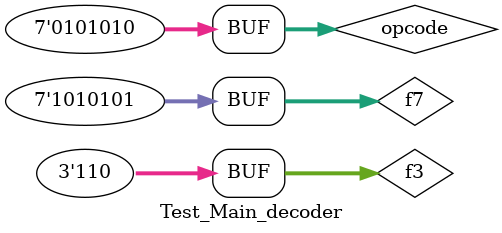
<source format=sv>
`timescale 1ns / 1ps
module Test_Main_decoder;

  // Inputs
  logic [6:0] opcode;
  logic [2:0] f3;
  logic [6:0] f7;

  // Outputs
  logic write_scalar_reg;
  logic [1:0] result_source;
  logic [2:0] width_type;
  logic mem_write;
  logic [3:0] ALU_op;
  logic [2:0] cond_code;
  logic ALU_source;
  logic jump;
  logic i_jump;
  logic branch;
  logic PC_to_ALU;
  logic memory_transaction;
  logic [2:0] immediate_type;

  logic immediate_i_exception;
  logic write_vector_reg;
  logic select_operand_0_vector;
  logic select_operand_1_vector;
  logic rerouting_select;
  logic [2:0] rerouting_code;

  // Instantiate the Main_decoder module
  Main_decoder uut (
    .opcode(opcode),
    .f3(f3),
    .f7(f7),

    .write_scalar_reg(write_scalar_reg),
    .result_source(result_source),
    .width_type(width_type),
    .mem_write(mem_write),
    .ALU_op(ALU_op),
    .cond_code(cond_code),
    .ALU_source(ALU_source),
    .jump(jump),
    .i_jump(i_jump),
    .branch(branch),
    .PC_to_ALU(PC_to_ALU),
    .memory_transaction(memory_transaction),
    .immediate_type(immediate_type),

    .immediate_i_exception(immediate_i_exception),
    .write_vector_reg(write_vector_reg),
    .select_operand_0_vector(select_operand_0_vector),
    .select_operand_1_vector(select_operand_1_vector),
    .rerouting_select(rerouting_select),
    .rerouting_code(rerouting_code)
  );


  // Apply inputs and check outputs
  initial begin
    opcode = 7'b0101010;
    f3 = 3'b110;
    f7 = 7'b1010101;

    #10;


  end

endmodule

</source>
